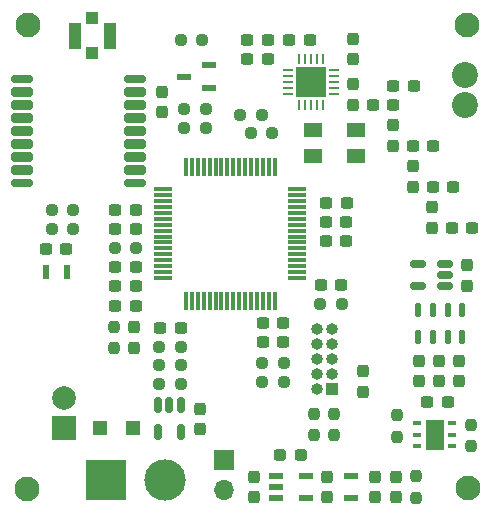
<source format=gbr>
%TF.GenerationSoftware,KiCad,Pcbnew,8.0.3*%
%TF.CreationDate,2025-04-12T20:53:01+02:00*%
%TF.ProjectId,picoballoon,7069636f-6261-46c6-9c6f-6f6e2e6b6963,rev?*%
%TF.SameCoordinates,Original*%
%TF.FileFunction,Soldermask,Top*%
%TF.FilePolarity,Negative*%
%FSLAX46Y46*%
G04 Gerber Fmt 4.6, Leading zero omitted, Abs format (unit mm)*
G04 Created by KiCad (PCBNEW 8.0.3) date 2025-04-12 20:53:01*
%MOMM*%
%LPD*%
G01*
G04 APERTURE LIST*
G04 Aperture macros list*
%AMRoundRect*
0 Rectangle with rounded corners*
0 $1 Rounding radius*
0 $2 $3 $4 $5 $6 $7 $8 $9 X,Y pos of 4 corners*
0 Add a 4 corners polygon primitive as box body*
4,1,4,$2,$3,$4,$5,$6,$7,$8,$9,$2,$3,0*
0 Add four circle primitives for the rounded corners*
1,1,$1+$1,$2,$3*
1,1,$1+$1,$4,$5*
1,1,$1+$1,$6,$7*
1,1,$1+$1,$8,$9*
0 Add four rect primitives between the rounded corners*
20,1,$1+$1,$2,$3,$4,$5,0*
20,1,$1+$1,$4,$5,$6,$7,0*
20,1,$1+$1,$6,$7,$8,$9,0*
20,1,$1+$1,$8,$9,$2,$3,0*%
G04 Aperture macros list end*
%ADD10R,1.000000X1.000000*%
%ADD11O,1.000000X1.000000*%
%ADD12C,2.200000*%
%ADD13R,3.500000X3.500000*%
%ADD14C,3.500000*%
%ADD15R,1.300000X0.600000*%
%ADD16R,1.700000X1.700000*%
%ADD17O,1.700000X1.700000*%
%ADD18RoundRect,0.237500X0.250000X0.237500X-0.250000X0.237500X-0.250000X-0.237500X0.250000X-0.237500X0*%
%ADD19RoundRect,0.237500X-0.250000X-0.237500X0.250000X-0.237500X0.250000X0.237500X-0.250000X0.237500X0*%
%ADD20R,1.050000X2.200000*%
%ADD21RoundRect,0.237500X0.237500X-0.250000X0.237500X0.250000X-0.237500X0.250000X-0.237500X-0.250000X0*%
%ADD22R,2.000000X2.000000*%
%ADD23C,2.000000*%
%ADD24C,2.100000*%
%ADD25RoundRect,0.237500X0.237500X-0.300000X0.237500X0.300000X-0.237500X0.300000X-0.237500X-0.300000X0*%
%ADD26RoundRect,0.150000X0.512500X0.150000X-0.512500X0.150000X-0.512500X-0.150000X0.512500X-0.150000X0*%
%ADD27RoundRect,0.237500X-0.300000X-0.237500X0.300000X-0.237500X0.300000X0.237500X-0.300000X0.237500X0*%
%ADD28R,1.200000X0.600000*%
%ADD29RoundRect,0.237500X-0.237500X0.300000X-0.237500X-0.300000X0.237500X-0.300000X0.237500X0.300000X0*%
%ADD30RoundRect,0.237500X0.237500X-0.287500X0.237500X0.287500X-0.237500X0.287500X-0.237500X-0.287500X0*%
%ADD31RoundRect,0.237500X-0.237500X0.250000X-0.237500X-0.250000X0.237500X-0.250000X0.237500X0.250000X0*%
%ADD32RoundRect,0.237500X0.300000X0.237500X-0.300000X0.237500X-0.300000X-0.237500X0.300000X-0.237500X0*%
%ADD33RoundRect,0.237500X-0.237500X0.287500X-0.237500X-0.287500X0.237500X-0.287500X0.237500X0.287500X0*%
%ADD34RoundRect,0.237500X-0.287500X-0.237500X0.287500X-0.237500X0.287500X0.237500X-0.287500X0.237500X0*%
%ADD35RoundRect,0.150000X-0.150000X0.512500X-0.150000X-0.512500X0.150000X-0.512500X0.150000X0.512500X0*%
%ADD36R,1.200000X1.200000*%
%ADD37R,0.600000X1.250000*%
%ADD38RoundRect,0.075000X-0.700000X-0.075000X0.700000X-0.075000X0.700000X0.075000X-0.700000X0.075000X0*%
%ADD39RoundRect,0.075000X-0.075000X-0.700000X0.075000X-0.700000X0.075000X0.700000X-0.075000X0.700000X0*%
%ADD40RoundRect,0.125000X0.125000X-0.475000X0.125000X0.475000X-0.125000X0.475000X-0.125000X-0.475000X0*%
%ADD41R,1.250000X0.600000*%
%ADD42RoundRect,0.175000X0.725000X0.175000X-0.725000X0.175000X-0.725000X-0.175000X0.725000X-0.175000X0*%
%ADD43RoundRect,0.200000X0.700000X0.200000X-0.700000X0.200000X-0.700000X-0.200000X0.700000X-0.200000X0*%
%ADD44R,0.800000X0.450000*%
%ADD45R,1.600000X2.500000*%
%ADD46R,1.600000X1.250000*%
%ADD47R,2.600000X2.600000*%
%ADD48RoundRect,0.062500X0.062500X0.362500X-0.062500X0.362500X-0.062500X-0.362500X0.062500X-0.362500X0*%
%ADD49RoundRect,0.062500X0.362500X0.062500X-0.362500X0.062500X-0.362500X-0.062500X0.362500X-0.062500X0*%
G04 APERTURE END LIST*
D10*
%TO.C,J1*%
X147360000Y-117690000D03*
D11*
X146090000Y-117690000D03*
X147360000Y-116420000D03*
X146090000Y-116420000D03*
X147360000Y-115150000D03*
X146090000Y-115150000D03*
X147360000Y-113880000D03*
X146090000Y-113880000D03*
X147360000Y-112610000D03*
X146090000Y-112610000D03*
%TD*%
D12*
%TO.C,AE1*%
X158610000Y-93640000D03*
X158610000Y-91100000D03*
%TD*%
D13*
%TO.C,C1*%
X128270000Y-125400000D03*
D14*
X133270000Y-125400000D03*
%TD*%
D15*
%TO.C,Q1*%
X136950000Y-92220000D03*
X136950000Y-90320000D03*
X134850000Y-91270000D03*
%TD*%
D16*
%TO.C,J2*%
X138230000Y-123720000D03*
D17*
X138230000Y-126260000D03*
%TD*%
D18*
%TO.C,R21*%
X136390000Y-88140000D03*
X134565000Y-88140000D03*
%TD*%
D19*
%TO.C,R20*%
X134847500Y-95650000D03*
X136672500Y-95650000D03*
%TD*%
%TO.C,R19*%
X134867500Y-94000000D03*
X136692500Y-94000000D03*
%TD*%
D20*
%TO.C,J3*%
X128555000Y-87800000D03*
D10*
X127080000Y-86300000D03*
D20*
X125605000Y-87800000D03*
D10*
X127080000Y-89300000D03*
%TD*%
D21*
%TO.C,R6*%
X152900000Y-121762500D03*
X152900000Y-119937500D03*
%TD*%
D22*
%TO.C,SC1*%
X124670000Y-121015000D03*
D23*
X124670000Y-118475000D03*
%TD*%
D21*
%TO.C,R15*%
X147560000Y-121622500D03*
X147560000Y-119797500D03*
%TD*%
D24*
%TO.C,H1*%
X121590000Y-126160000D03*
%TD*%
D25*
%TO.C,C37*%
X149980000Y-117952500D03*
X149980000Y-116227500D03*
%TD*%
D26*
%TO.C,U4*%
X156947500Y-109030000D03*
X156947500Y-108080000D03*
X156947500Y-107130000D03*
X154672500Y-107130000D03*
X154672500Y-109030000D03*
%TD*%
D27*
%TO.C,C7*%
X141537500Y-112100000D03*
X143262500Y-112100000D03*
%TD*%
D28*
%TO.C,PS1*%
X142640000Y-125060000D03*
X142640000Y-126010000D03*
X142640000Y-126960000D03*
X145140000Y-126960000D03*
X145140000Y-125060000D03*
%TD*%
D24*
%TO.C,H2*%
X158880000Y-126080000D03*
%TD*%
D29*
%TO.C,C21*%
X158130000Y-115355000D03*
X158130000Y-117080000D03*
%TD*%
D25*
%TO.C,C19*%
X158810000Y-108960000D03*
X158810000Y-107235000D03*
%TD*%
D18*
%TO.C,R14*%
X134572500Y-114140000D03*
X132747500Y-114140000D03*
%TD*%
D29*
%TO.C,C20*%
X156460000Y-115355000D03*
X156460000Y-117080000D03*
%TD*%
D27*
%TO.C,C11*%
X146885000Y-101940000D03*
X148610000Y-101940000D03*
%TD*%
D30*
%TO.C,D3*%
X152790000Y-126905000D03*
X152790000Y-125155000D03*
%TD*%
D18*
%TO.C,R12*%
X128965000Y-105760000D03*
X130790000Y-105760000D03*
%TD*%
D31*
%TO.C,R11*%
X128960000Y-112457500D03*
X128960000Y-114282500D03*
%TD*%
D24*
%TO.C,H4*%
X121680000Y-86860000D03*
%TD*%
%TO.C,H3*%
X158780000Y-86920000D03*
%TD*%
D29*
%TO.C,C24*%
X133002500Y-92567500D03*
X133002500Y-94292500D03*
%TD*%
D25*
%TO.C,C18*%
X136230000Y-119387500D03*
X136230000Y-121112500D03*
%TD*%
D18*
%TO.C,R19*%
X143302500Y-117150000D03*
X141477500Y-117150000D03*
%TD*%
%TO.C,R13*%
X143292500Y-115500000D03*
X141467500Y-115500000D03*
%TD*%
D32*
%TO.C,C6*%
X129017500Y-104150000D03*
X130742500Y-104150000D03*
%TD*%
D19*
%TO.C,R7*%
X139597500Y-94480000D03*
X141422500Y-94480000D03*
%TD*%
D27*
%TO.C,C17*%
X132827500Y-112530000D03*
X134552500Y-112530000D03*
%TD*%
D32*
%TO.C,C32*%
X155891250Y-100615000D03*
X157616250Y-100615000D03*
%TD*%
D27*
%TO.C,C9*%
X146877500Y-103540000D03*
X148602500Y-103540000D03*
%TD*%
D33*
%TO.C,L8*%
X155883750Y-104060000D03*
X155883750Y-102310000D03*
%TD*%
D34*
%TO.C,L1*%
X142995000Y-123270000D03*
X144745000Y-123270000D03*
%TD*%
D19*
%TO.C,R8*%
X140497500Y-96060000D03*
X142322500Y-96060000D03*
%TD*%
D35*
%TO.C,U6*%
X134567500Y-119080000D03*
X133617500Y-119080000D03*
X132667500Y-119080000D03*
X132667500Y-121355000D03*
X134567500Y-121355000D03*
%TD*%
D31*
%TO.C,R16*%
X145840000Y-119797500D03*
X145840000Y-121622500D03*
%TD*%
D27*
%TO.C,C8*%
X141537500Y-113780000D03*
X143262500Y-113780000D03*
%TD*%
D36*
%TO.C,D1*%
X127730000Y-121040000D03*
X130530000Y-121040000D03*
%TD*%
D32*
%TO.C,C15*%
X130750000Y-110710000D03*
X129025000Y-110710000D03*
%TD*%
D27*
%TO.C,C23*%
X155457500Y-118820000D03*
X157182500Y-118820000D03*
%TD*%
D25*
%TO.C,C3*%
X146970000Y-126882500D03*
X146970000Y-125157500D03*
%TD*%
D37*
%TO.C,FB3*%
X123120000Y-107780000D03*
X124920000Y-107780000D03*
%TD*%
D27*
%TO.C,C12*%
X123125000Y-105850000D03*
X124850000Y-105850000D03*
%TD*%
D33*
%TO.C,D2*%
X130650000Y-112497500D03*
X130650000Y-114247500D03*
%TD*%
D38*
%TO.C,IC1*%
X133095000Y-100810000D03*
X133095000Y-101310000D03*
X133095000Y-101810000D03*
X133095000Y-102310000D03*
X133095000Y-102810000D03*
X133095000Y-103310000D03*
X133095000Y-103810000D03*
X133095000Y-104310000D03*
X133095000Y-104810000D03*
X133095000Y-105310000D03*
X133095000Y-105810000D03*
X133095000Y-106310000D03*
X133095000Y-106810000D03*
X133095000Y-107310000D03*
X133095000Y-107810000D03*
X133095000Y-108310000D03*
D39*
X135020000Y-110235000D03*
X135520000Y-110235000D03*
X136020000Y-110235000D03*
X136520000Y-110235000D03*
X137020000Y-110235000D03*
X137520000Y-110235000D03*
X138020000Y-110235000D03*
X138520000Y-110235000D03*
X139020000Y-110235000D03*
X139520000Y-110235000D03*
X140020000Y-110235000D03*
X140520000Y-110235000D03*
X141020000Y-110235000D03*
X141520000Y-110235000D03*
X142020000Y-110235000D03*
X142520000Y-110235000D03*
D38*
X144445000Y-108310000D03*
X144445000Y-107810000D03*
X144445000Y-107310000D03*
X144445000Y-106810000D03*
X144445000Y-106310000D03*
X144445000Y-105810000D03*
X144445000Y-105310000D03*
X144445000Y-104810000D03*
X144445000Y-104310000D03*
X144445000Y-103810000D03*
X144445000Y-103310000D03*
X144445000Y-102810000D03*
X144445000Y-102310000D03*
X144445000Y-101810000D03*
X144445000Y-101310000D03*
X144445000Y-100810000D03*
D39*
X142520000Y-98885000D03*
X142020000Y-98885000D03*
X141520000Y-98885000D03*
X141020000Y-98885000D03*
X140520000Y-98885000D03*
X140020000Y-98885000D03*
X139520000Y-98885000D03*
X139020000Y-98885000D03*
X138520000Y-98885000D03*
X138020000Y-98885000D03*
X137520000Y-98885000D03*
X137020000Y-98885000D03*
X136520000Y-98885000D03*
X136020000Y-98885000D03*
X135520000Y-98885000D03*
X135020000Y-98885000D03*
%TD*%
D27*
%TO.C,C10*%
X146877500Y-105170000D03*
X148602500Y-105170000D03*
%TD*%
D40*
%TO.C,U2*%
X154665000Y-113340000D03*
X155915000Y-113340000D03*
X157165000Y-113340000D03*
X158415000Y-113340000D03*
X158415000Y-111040000D03*
X157165000Y-111040000D03*
X155915000Y-111040000D03*
X154665000Y-111040000D03*
%TD*%
D19*
%TO.C,R3*%
X123645000Y-102550000D03*
X125470000Y-102550000D03*
%TD*%
D41*
%TO.C,FB1*%
X148980000Y-126920000D03*
X148980000Y-125120000D03*
%TD*%
D29*
%TO.C,C2*%
X140780000Y-125157500D03*
X140780000Y-126882500D03*
%TD*%
D32*
%TO.C,C5*%
X129032500Y-102580000D03*
X130757500Y-102580000D03*
%TD*%
D42*
%TO.C,U5*%
X121160000Y-100240000D03*
D43*
X121160000Y-99140000D03*
X121160000Y-98040000D03*
X121160000Y-96940000D03*
X121160000Y-95840000D03*
X121160000Y-94740000D03*
X121160000Y-93640000D03*
X121160000Y-92540000D03*
D42*
X121160000Y-91440000D03*
X130660000Y-91440000D03*
D43*
X130660000Y-92540000D03*
X130660000Y-93640000D03*
X130660000Y-94740000D03*
X130660000Y-95840000D03*
X130660000Y-96940000D03*
X130660000Y-98040000D03*
X130660000Y-99140000D03*
D42*
X130660000Y-100240000D03*
%TD*%
D31*
%TO.C,R1*%
X154520000Y-125107500D03*
X154520000Y-126932500D03*
%TD*%
D44*
%TO.C,HM1*%
X157510000Y-122580000D03*
X157510000Y-121580000D03*
X157510000Y-120580000D03*
X154610000Y-120580000D03*
X154610000Y-121580000D03*
X154610000Y-122580000D03*
D45*
X156060000Y-121580000D03*
%TD*%
D33*
%TO.C,L7*%
X154233750Y-100620000D03*
X154233750Y-98870000D03*
%TD*%
D18*
%TO.C,R2*%
X148212500Y-110530000D03*
X146387500Y-110530000D03*
%TD*%
D19*
%TO.C,R4*%
X123645000Y-104140000D03*
X125470000Y-104140000D03*
%TD*%
D32*
%TO.C,C13*%
X130752500Y-107400000D03*
X129027500Y-107400000D03*
%TD*%
%TO.C,C33*%
X157531250Y-104055000D03*
X159256250Y-104055000D03*
%TD*%
%TO.C,C14*%
X130750000Y-109040000D03*
X129025000Y-109040000D03*
%TD*%
D21*
%TO.C,R5*%
X159120000Y-122582500D03*
X159120000Y-120757500D03*
%TD*%
D27*
%TO.C,C16*%
X146437500Y-108900000D03*
X148162500Y-108900000D03*
%TD*%
D29*
%TO.C,C4*%
X151050000Y-125147500D03*
X151050000Y-126872500D03*
%TD*%
%TO.C,C22*%
X154780000Y-115355000D03*
X154780000Y-117080000D03*
%TD*%
D19*
%TO.C,R18*%
X132757500Y-115720000D03*
X134582500Y-115720000D03*
%TD*%
D18*
%TO.C,R17*%
X134562500Y-117310000D03*
X132737500Y-117310000D03*
%TD*%
D46*
%TO.C,Y1*%
X149433750Y-95825000D03*
X145733750Y-95825000D03*
X149433750Y-98025000D03*
X145733750Y-98025000D03*
%TD*%
D33*
%TO.C,L4*%
X149163750Y-89820000D03*
X149163750Y-88070000D03*
%TD*%
D32*
%TO.C,C27*%
X140198750Y-88145000D03*
X141923750Y-88145000D03*
%TD*%
%TO.C,C26*%
X143771250Y-88145000D03*
X145496250Y-88145000D03*
%TD*%
D33*
%TO.C,L5*%
X149173750Y-93660000D03*
X149173750Y-91910000D03*
%TD*%
%TO.C,L6*%
X152563750Y-97140000D03*
X152563750Y-95390000D03*
%TD*%
D32*
%TO.C,C28*%
X140201250Y-89775000D03*
X141926250Y-89775000D03*
%TD*%
D27*
%TO.C,C29*%
X152566250Y-93695000D03*
X150841250Y-93695000D03*
%TD*%
D32*
%TO.C,C30*%
X152581250Y-92045000D03*
X154306250Y-92045000D03*
%TD*%
D47*
%TO.C,U1*%
X145588750Y-91745000D03*
D48*
X146588750Y-93670000D03*
X146088750Y-93670000D03*
X145588750Y-93670000D03*
X145088750Y-93670000D03*
X144588750Y-93670000D03*
D49*
X143663750Y-92745000D03*
X143663750Y-92245000D03*
X143663750Y-91745000D03*
X143663750Y-91245000D03*
X143663750Y-90745000D03*
D48*
X144588750Y-89820000D03*
X145088750Y-89820000D03*
X145588750Y-89820000D03*
X146088750Y-89820000D03*
X146588750Y-89820000D03*
D49*
X147513750Y-90745000D03*
X147513750Y-91245000D03*
X147513750Y-91745000D03*
X147513750Y-92245000D03*
X147513750Y-92745000D03*
%TD*%
D32*
%TO.C,C31*%
X154231250Y-97145000D03*
X155956250Y-97145000D03*
%TD*%
M02*

</source>
